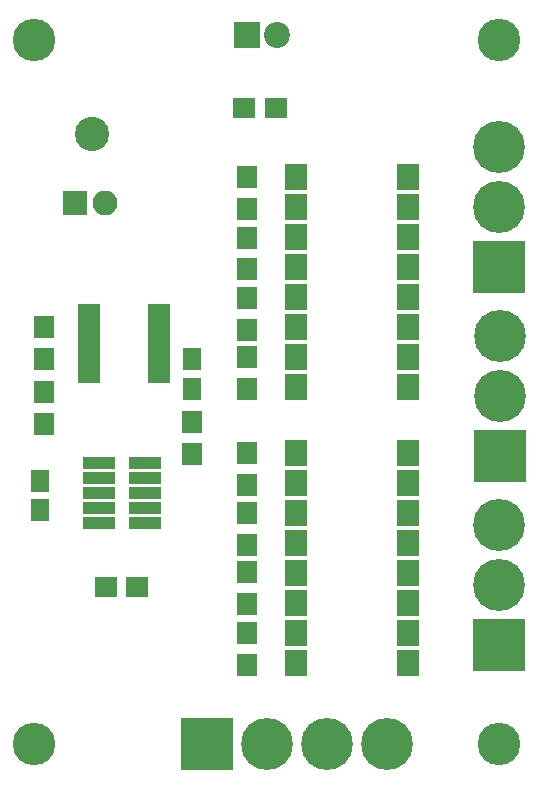
<source format=gts>
G04 #@! TF.GenerationSoftware,KiCad,Pcbnew,5.0.0-fee4fd1~66~ubuntu16.04.1*
G04 #@! TF.CreationDate,2018-10-18T01:49:27+03:00*
G04 #@! TF.ProjectId,psg14_emu,70736731345F656D752E6B696361645F,rev?*
G04 #@! TF.SameCoordinates,Original*
G04 #@! TF.FileFunction,Soldermask,Top*
G04 #@! TF.FilePolarity,Negative*
%FSLAX46Y46*%
G04 Gerber Fmt 4.6, Leading zero omitted, Abs format (unit mm)*
G04 Created by KiCad (PCBNEW 5.0.0-fee4fd1~66~ubuntu16.04.1) date Thu Oct 18 01:49:27 2018*
%MOMM*%
%LPD*%
G01*
G04 APERTURE LIST*
%ADD10R,1.850000X0.850000*%
%ADD11R,1.900000X2.180000*%
%ADD12R,2.800000X1.140000*%
%ADD13R,1.650000X1.900000*%
%ADD14C,4.400000*%
%ADD15R,4.400000X4.400000*%
%ADD16C,2.200000*%
%ADD17R,2.200000X2.200000*%
%ADD18C,2.900000*%
%ADD19C,3.600000*%
%ADD20O,2.100000X2.100000*%
%ADD21R,2.100000X2.100000*%
%ADD22R,1.700000X1.900000*%
%ADD23R,1.900000X1.700000*%
G04 APERTURE END LIST*
D10*
G04 #@! TO.C,U1*
X69650000Y-53775000D03*
X69650000Y-53125000D03*
X69650000Y-52475000D03*
X69650000Y-51825000D03*
X69650000Y-51175000D03*
X69650000Y-50525000D03*
X69650000Y-49875000D03*
X69650000Y-49225000D03*
X69650000Y-48575000D03*
X69650000Y-47925000D03*
X75550000Y-47925000D03*
X75550000Y-48575000D03*
X75550000Y-49225000D03*
X75550000Y-49875000D03*
X75550000Y-50525000D03*
X75550000Y-51175000D03*
X75550000Y-51825000D03*
X75550000Y-52475000D03*
X75550000Y-53125000D03*
X75550000Y-53775000D03*
G04 #@! TD*
D11*
G04 #@! TO.C,U2*
X87135000Y-36760000D03*
X96665000Y-54540000D03*
X87135000Y-39300000D03*
X96665000Y-52000000D03*
X87135000Y-41840000D03*
X96665000Y-49460000D03*
X87135000Y-44380000D03*
X96665000Y-46920000D03*
X87135000Y-46920000D03*
X96665000Y-44380000D03*
X87135000Y-49460000D03*
X96665000Y-41840000D03*
X87135000Y-52000000D03*
X96665000Y-39300000D03*
X87135000Y-54540000D03*
X96665000Y-36760000D03*
G04 #@! TD*
G04 #@! TO.C,U3*
X96665000Y-60060000D03*
X87135000Y-77840000D03*
X96665000Y-62600000D03*
X87135000Y-75300000D03*
X96665000Y-65140000D03*
X87135000Y-72760000D03*
X96665000Y-67680000D03*
X87135000Y-70220000D03*
X96665000Y-70220000D03*
X87135000Y-67680000D03*
X96665000Y-72760000D03*
X87135000Y-65140000D03*
X96665000Y-75300000D03*
X87135000Y-62600000D03*
X96665000Y-77840000D03*
X87135000Y-60060000D03*
G04 #@! TD*
D12*
G04 #@! TO.C,J3*
X74400000Y-65990000D03*
X70500000Y-65990000D03*
X74400000Y-64720000D03*
X70500000Y-64720000D03*
X74400000Y-63450000D03*
X70500000Y-63450000D03*
X74400000Y-62180000D03*
X70500000Y-62180000D03*
X74400000Y-60910000D03*
X70500000Y-60910000D03*
G04 #@! TD*
D13*
G04 #@! TO.C,C1*
X78350000Y-52150000D03*
X78350000Y-54650000D03*
G04 #@! TD*
G04 #@! TO.C,C2*
X65500000Y-64950000D03*
X65500000Y-62450000D03*
G04 #@! TD*
D14*
G04 #@! TO.C,J4*
X104400000Y-34220000D03*
X104400000Y-39300000D03*
D15*
X104400000Y-44380000D03*
G04 #@! TD*
G04 #@! TO.C,J5*
X104450000Y-60350000D03*
D14*
X104450000Y-55270000D03*
X104450000Y-50190000D03*
G04 #@! TD*
G04 #@! TO.C,J6*
X104400000Y-66160000D03*
X104400000Y-71240000D03*
D15*
X104400000Y-76320000D03*
G04 #@! TD*
D14*
G04 #@! TO.C,J1*
X94840000Y-84750000D03*
D15*
X79600000Y-84750000D03*
D14*
X89760000Y-84750000D03*
X84680000Y-84750000D03*
G04 #@! TD*
D16*
G04 #@! TO.C,D1*
X85590000Y-24700000D03*
D17*
X83050000Y-24700000D03*
G04 #@! TD*
D18*
G04 #@! TO.C,MH1*
X69900000Y-33100000D03*
G04 #@! TD*
D19*
G04 #@! TO.C,MH2*
X65000000Y-25100000D03*
G04 #@! TD*
G04 #@! TO.C,MH3*
X104400000Y-84700000D03*
G04 #@! TD*
G04 #@! TO.C,MH4*
X104400000Y-25100000D03*
G04 #@! TD*
G04 #@! TO.C,MH5*
X65000000Y-84700000D03*
G04 #@! TD*
D20*
G04 #@! TO.C,J2*
X71040000Y-38950000D03*
D21*
X68500000Y-38950000D03*
G04 #@! TD*
D22*
G04 #@! TO.C,R3*
X65850000Y-54950000D03*
X65850000Y-57650000D03*
G04 #@! TD*
G04 #@! TO.C,R9*
X83050000Y-52000000D03*
X83050000Y-54700000D03*
G04 #@! TD*
G04 #@! TO.C,R13*
X83050000Y-78050000D03*
X83050000Y-75350000D03*
G04 #@! TD*
G04 #@! TO.C,R12*
X83050000Y-70200000D03*
X83050000Y-72900000D03*
G04 #@! TD*
G04 #@! TO.C,R11*
X83050000Y-67850000D03*
X83050000Y-65150000D03*
G04 #@! TD*
G04 #@! TO.C,R10*
X83050000Y-60100000D03*
X83050000Y-62800000D03*
G04 #@! TD*
G04 #@! TO.C,R8*
X83050000Y-49650000D03*
X83050000Y-46950000D03*
G04 #@! TD*
G04 #@! TO.C,R7*
X83050000Y-41850000D03*
X83050000Y-44550000D03*
G04 #@! TD*
G04 #@! TO.C,R6*
X83050000Y-39450000D03*
X83050000Y-36750000D03*
G04 #@! TD*
D23*
G04 #@! TO.C,R5*
X85500000Y-30900000D03*
X82800000Y-30900000D03*
G04 #@! TD*
D22*
G04 #@! TO.C,R4*
X65800000Y-52100000D03*
X65800000Y-49400000D03*
G04 #@! TD*
G04 #@! TO.C,R1*
X78400000Y-60200000D03*
X78400000Y-57500000D03*
G04 #@! TD*
D23*
G04 #@! TO.C,R2*
X73750000Y-71450000D03*
X71050000Y-71450000D03*
G04 #@! TD*
M02*

</source>
